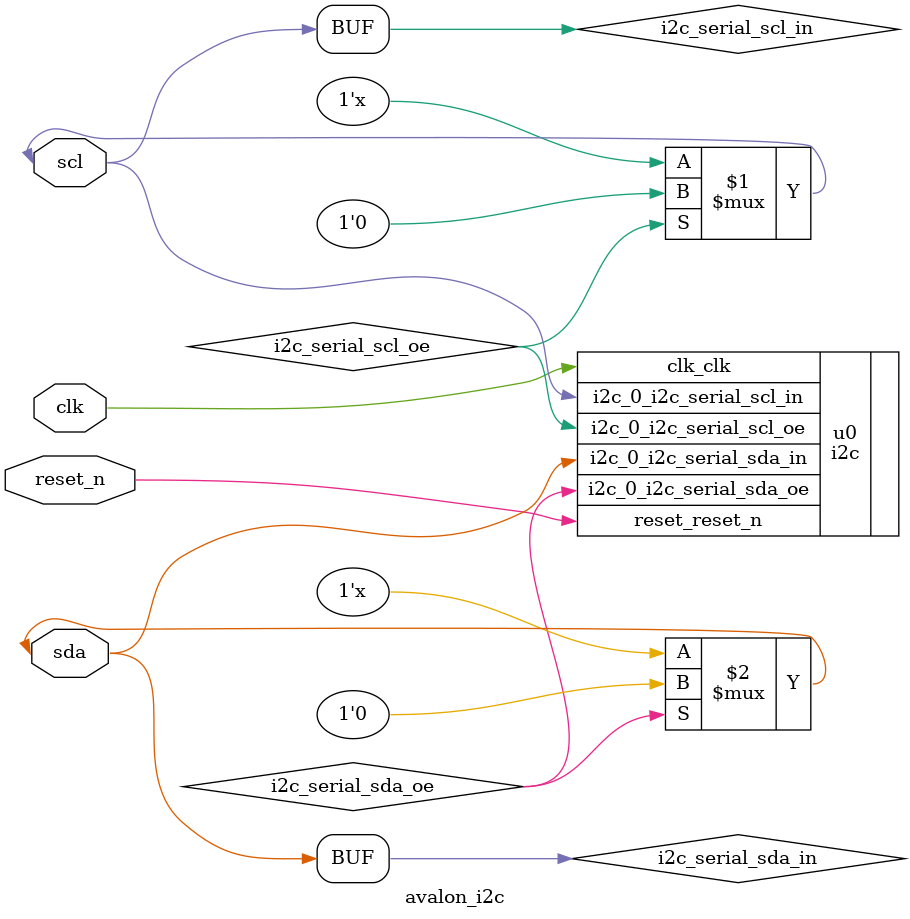
<source format=v>
module avalon_i2c(
	input wire clk,
	input wire reset_n,
	
	
	inout wire sda,
	inout wire scl
);
	wire i2c_serial_sda_in;
	wire i2c_serial_sda_oe;
	wire i2c_serial_scl_in;
	wire i2c_serial_scl_oe;
	i2c u0 (
		.clk_clk                 (clk),                 //              clk.clk
		.reset_reset_n           (reset_n),           //            reset.reset_n
		.i2c_0_i2c_serial_sda_in (i2c_serial_sda_in), // i2c_0_i2c_serial.sda_in
		.i2c_0_i2c_serial_scl_in (i2c_serial_scl_in), //                 .scl_in
		.i2c_0_i2c_serial_sda_oe (i2c_serial_sda_oe), //                 .sda_oe
		.i2c_0_i2c_serial_scl_oe (i2c_serial_scl_oe)  //                 .scl_oe
	);
	
	assign i2c_serial_scl_in = scl;
	assign scl = i2c_serial_scl_oe ? 1'b0 : 1'bz;
	
	assign i2c_serial_sda_in = sda;
	assign sda = i2c_serial_sda_oe ? 1'b0 : 1'bz;

endmodule
</source>
